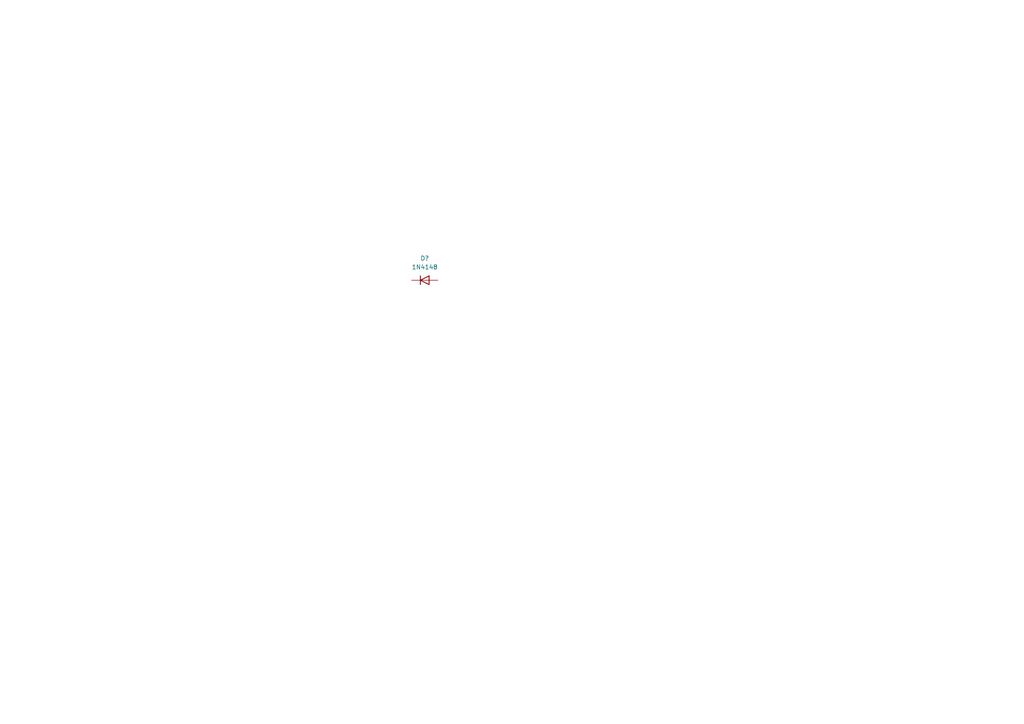
<source format=kicad_sch>
(kicad_sch (version 20250114) (generator "eeschema") (generator_version "9.0")
  (paper "A4")
  (title_block (title "diode"))
  (lib_symbols
    (symbol "Device:D" (pin_numbers (hide yes)) (pin_names (offset 1.016) (hide yes))
      (property "Reference" "D" (at 0 2.54 0))
      (property "Value" "D" (at 0 -2.54 0))
      (symbol "D_0_1"
        (polyline (pts (xy -1.27 1.27) (xy -1.27 -1.27)) (stroke (width 0.254)))
        (polyline (pts (xy 1.27 1.27) (xy 1.27 -1.27) (xy -1.27 0) (xy 1.27 1.27)) (stroke (width 0.254)))
        (polyline (pts (xy 1.27 0) (xy -1.27 0)))
      )
      (symbol "D_1_1"
        (pin passive line (at -3.81 0 0) (length 2.54) (name "K") (number "1"))
        (pin passive line (at 3.81 0 180) (length 2.54) (name "A") (number "2"))
      )
    )
  )
  (symbol (lib_id "Device:D") (at 123.19 81.28 0) (unit 1)
    (property "Reference" "D?" (at 123.19 74.93 0))
    (property "Value" "1N4148" (at 123.19 77.47 0))
    (property "Description" "Diode" (effects (hide yes)))
    (property "Sim.Device" "D" (effects (hide yes)))
    (property "Sim.Pins" "1=K 2=A" (effects (hide yes)))
  )
)
</source>
